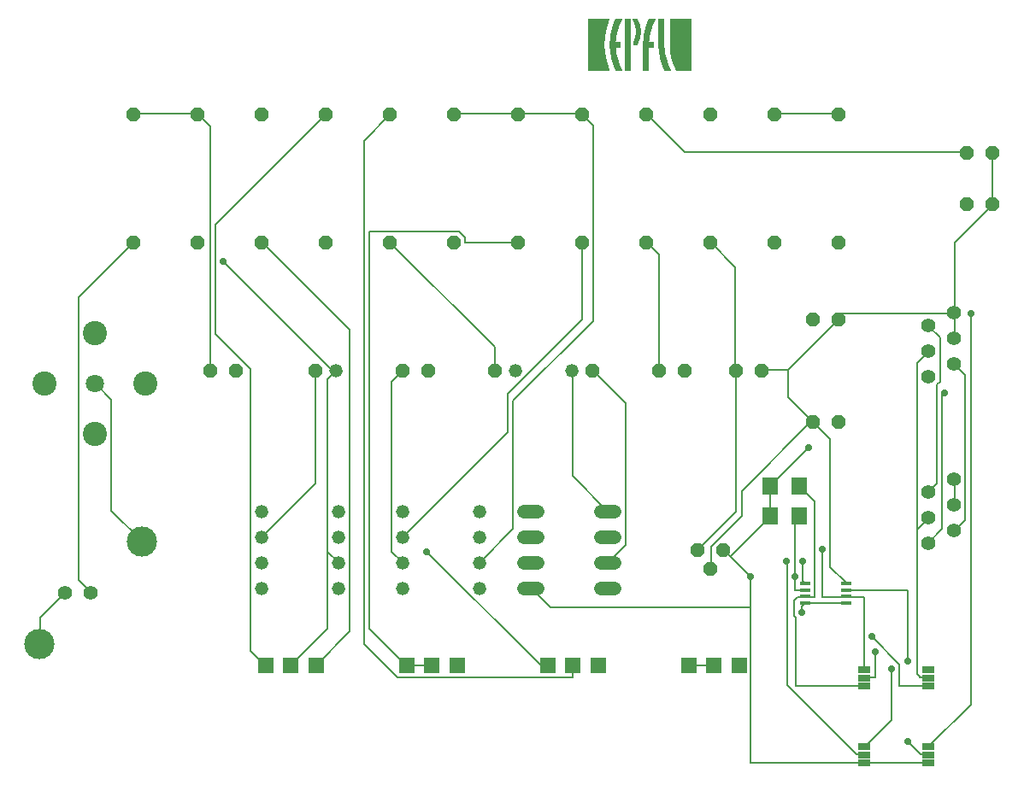
<source format=gtl>
G75*
G70*
%OFA0B0*%
%FSLAX24Y24*%
%IPPOS*%
%LPD*%
%AMOC8*
5,1,8,0,0,1.08239X$1,22.5*
%
%ADD10C,0.0010*%
%ADD11OC8,0.0520*%
%ADD12C,0.0520*%
%ADD13C,0.0520*%
%ADD14R,0.0394X0.0177*%
%ADD15C,0.0554*%
%ADD16R,0.0500X0.0250*%
%ADD17C,0.0709*%
%ADD18C,0.0945*%
%ADD19R,0.0594X0.0594*%
%ADD20C,0.1181*%
%ADD21R,0.0630X0.0710*%
%ADD22C,0.0080*%
%ADD23C,0.0278*%
D10*
X024332Y029340D02*
X024332Y031340D01*
X025132Y031340D01*
X025046Y031104D01*
X024983Y030860D01*
X024945Y030611D01*
X024932Y030360D01*
X024932Y030320D01*
X024945Y030069D01*
X024983Y029820D01*
X025046Y029577D01*
X025132Y029340D01*
X024332Y029340D01*
X024332Y029341D02*
X025131Y029341D01*
X025128Y029349D02*
X024332Y029349D01*
X024332Y029358D02*
X025125Y029358D01*
X025122Y029366D02*
X024332Y029366D01*
X024332Y029375D02*
X025119Y029375D01*
X025116Y029383D02*
X024332Y029383D01*
X024332Y029392D02*
X025113Y029392D01*
X025110Y029400D02*
X024332Y029400D01*
X024332Y029409D02*
X025107Y029409D01*
X025104Y029417D02*
X024332Y029417D01*
X024332Y029426D02*
X025100Y029426D01*
X025097Y029434D02*
X024332Y029434D01*
X024332Y029443D02*
X025094Y029443D01*
X025091Y029451D02*
X024332Y029451D01*
X024332Y029460D02*
X025088Y029460D01*
X025085Y029468D02*
X024332Y029468D01*
X024332Y029477D02*
X025082Y029477D01*
X025079Y029485D02*
X024332Y029485D01*
X024332Y029494D02*
X025076Y029494D01*
X025073Y029502D02*
X024332Y029502D01*
X024332Y029511D02*
X025070Y029511D01*
X025066Y029519D02*
X024332Y029519D01*
X024332Y029528D02*
X025063Y029528D01*
X025060Y029536D02*
X024332Y029536D01*
X024332Y029545D02*
X025057Y029545D01*
X025054Y029553D02*
X024332Y029553D01*
X024332Y029562D02*
X025051Y029562D01*
X025048Y029570D02*
X024332Y029570D01*
X024332Y029579D02*
X025045Y029579D01*
X025043Y029587D02*
X024332Y029587D01*
X024332Y029596D02*
X025041Y029596D01*
X025039Y029604D02*
X024332Y029604D01*
X024332Y029613D02*
X025036Y029613D01*
X025034Y029621D02*
X024332Y029621D01*
X024332Y029630D02*
X025032Y029630D01*
X025030Y029638D02*
X024332Y029638D01*
X024332Y029647D02*
X025028Y029647D01*
X025026Y029655D02*
X024332Y029655D01*
X024332Y029664D02*
X025023Y029664D01*
X025021Y029672D02*
X024332Y029672D01*
X024332Y029681D02*
X025019Y029681D01*
X025017Y029689D02*
X024332Y029689D01*
X024332Y029698D02*
X025015Y029698D01*
X025012Y029706D02*
X024332Y029706D01*
X024332Y029715D02*
X025010Y029715D01*
X025008Y029723D02*
X024332Y029723D01*
X024332Y029732D02*
X025006Y029732D01*
X025004Y029740D02*
X024332Y029740D01*
X024332Y029749D02*
X025002Y029749D01*
X024999Y029757D02*
X024332Y029757D01*
X024332Y029766D02*
X024997Y029766D01*
X024995Y029774D02*
X024332Y029774D01*
X024332Y029783D02*
X024993Y029783D01*
X024991Y029791D02*
X024332Y029791D01*
X024332Y029800D02*
X024989Y029800D01*
X024986Y029808D02*
X024332Y029808D01*
X024332Y029817D02*
X024984Y029817D01*
X024983Y029825D02*
X024332Y029825D01*
X024332Y029834D02*
X024981Y029834D01*
X024980Y029842D02*
X024332Y029842D01*
X024332Y029851D02*
X024979Y029851D01*
X024977Y029859D02*
X024332Y029859D01*
X024332Y029868D02*
X024976Y029868D01*
X024975Y029876D02*
X024332Y029876D01*
X024332Y029885D02*
X024973Y029885D01*
X024972Y029893D02*
X024332Y029893D01*
X024332Y029902D02*
X024971Y029902D01*
X024970Y029910D02*
X024332Y029910D01*
X024332Y029919D02*
X024968Y029919D01*
X024967Y029927D02*
X024332Y029927D01*
X024332Y029936D02*
X024966Y029936D01*
X024964Y029944D02*
X024332Y029944D01*
X024332Y029953D02*
X024963Y029953D01*
X024962Y029961D02*
X024332Y029961D01*
X024332Y029970D02*
X024960Y029970D01*
X024959Y029978D02*
X024332Y029978D01*
X024332Y029987D02*
X024958Y029987D01*
X024956Y029995D02*
X024332Y029995D01*
X024332Y030004D02*
X024955Y030004D01*
X024954Y030012D02*
X024332Y030012D01*
X024332Y030021D02*
X024953Y030021D01*
X024951Y030029D02*
X024332Y030029D01*
X024332Y030038D02*
X024950Y030038D01*
X024949Y030046D02*
X024332Y030046D01*
X024332Y030055D02*
X024947Y030055D01*
X024946Y030063D02*
X024332Y030063D01*
X024332Y030072D02*
X024945Y030072D01*
X024945Y030080D02*
X024332Y030080D01*
X024332Y030089D02*
X024944Y030089D01*
X024944Y030097D02*
X024332Y030097D01*
X024332Y030106D02*
X024943Y030106D01*
X024943Y030114D02*
X024332Y030114D01*
X024332Y030123D02*
X024942Y030123D01*
X024942Y030131D02*
X024332Y030131D01*
X024332Y030140D02*
X024941Y030140D01*
X024941Y030148D02*
X024332Y030148D01*
X024332Y030157D02*
X024940Y030157D01*
X024940Y030165D02*
X024332Y030165D01*
X024332Y030174D02*
X024940Y030174D01*
X024939Y030182D02*
X024332Y030182D01*
X024332Y030191D02*
X024939Y030191D01*
X024938Y030199D02*
X024332Y030199D01*
X024332Y030208D02*
X024938Y030208D01*
X024937Y030216D02*
X024332Y030216D01*
X024332Y030225D02*
X024937Y030225D01*
X024936Y030233D02*
X024332Y030233D01*
X024332Y030242D02*
X024936Y030242D01*
X024935Y030250D02*
X024332Y030250D01*
X024332Y030259D02*
X024935Y030259D01*
X024934Y030267D02*
X024332Y030267D01*
X024332Y030276D02*
X024934Y030276D01*
X024934Y030284D02*
X024332Y030284D01*
X024332Y030293D02*
X024933Y030293D01*
X024933Y030301D02*
X024332Y030301D01*
X024332Y030310D02*
X024932Y030310D01*
X024932Y030318D02*
X024332Y030318D01*
X024332Y030327D02*
X024932Y030327D01*
X024932Y030335D02*
X024332Y030335D01*
X024332Y030344D02*
X024932Y030344D01*
X024932Y030352D02*
X024332Y030352D01*
X024332Y030361D02*
X024932Y030361D01*
X024932Y030369D02*
X024332Y030369D01*
X024332Y030378D02*
X024933Y030378D01*
X024933Y030386D02*
X024332Y030386D01*
X024332Y030395D02*
X024934Y030395D01*
X024934Y030403D02*
X024332Y030403D01*
X024332Y030412D02*
X024934Y030412D01*
X024935Y030420D02*
X024332Y030420D01*
X024332Y030429D02*
X024935Y030429D01*
X024936Y030437D02*
X024332Y030437D01*
X024332Y030446D02*
X024936Y030446D01*
X024937Y030454D02*
X024332Y030454D01*
X024332Y030463D02*
X024937Y030463D01*
X024938Y030471D02*
X024332Y030471D01*
X024332Y030480D02*
X024938Y030480D01*
X024939Y030488D02*
X024332Y030488D01*
X024332Y030497D02*
X024939Y030497D01*
X024939Y030505D02*
X024332Y030505D01*
X024332Y030514D02*
X024940Y030514D01*
X024940Y030522D02*
X024332Y030522D01*
X024332Y030531D02*
X024941Y030531D01*
X024941Y030539D02*
X024332Y030539D01*
X024332Y030548D02*
X024942Y030548D01*
X024942Y030556D02*
X024332Y030556D01*
X024332Y030565D02*
X024943Y030565D01*
X024943Y030573D02*
X024332Y030573D01*
X024332Y030582D02*
X024944Y030582D01*
X024944Y030590D02*
X024332Y030590D01*
X024332Y030599D02*
X024945Y030599D01*
X024945Y030607D02*
X024332Y030607D01*
X024332Y030616D02*
X024946Y030616D01*
X024947Y030624D02*
X024332Y030624D01*
X024332Y030633D02*
X024948Y030633D01*
X024950Y030641D02*
X024332Y030641D01*
X024332Y030650D02*
X024951Y030650D01*
X024952Y030658D02*
X024332Y030658D01*
X024332Y030667D02*
X024954Y030667D01*
X024955Y030675D02*
X024332Y030675D01*
X024332Y030684D02*
X024956Y030684D01*
X024958Y030692D02*
X024332Y030692D01*
X024332Y030701D02*
X024959Y030701D01*
X024960Y030709D02*
X024332Y030709D01*
X024332Y030718D02*
X024962Y030718D01*
X024963Y030726D02*
X024332Y030726D01*
X024332Y030735D02*
X024964Y030735D01*
X024965Y030743D02*
X024332Y030743D01*
X024332Y030752D02*
X024967Y030752D01*
X024968Y030760D02*
X024332Y030760D01*
X024332Y030769D02*
X024969Y030769D01*
X024971Y030777D02*
X024332Y030777D01*
X024332Y030786D02*
X024972Y030786D01*
X024973Y030794D02*
X024332Y030794D01*
X024332Y030803D02*
X024975Y030803D01*
X024976Y030811D02*
X024332Y030811D01*
X024332Y030820D02*
X024977Y030820D01*
X024978Y030828D02*
X024332Y030828D01*
X024332Y030837D02*
X024980Y030837D01*
X024981Y030845D02*
X024332Y030845D01*
X024332Y030854D02*
X024982Y030854D01*
X024984Y030862D02*
X024332Y030862D01*
X024332Y030871D02*
X024986Y030871D01*
X024988Y030879D02*
X024332Y030879D01*
X024332Y030888D02*
X024990Y030888D01*
X024993Y030896D02*
X024332Y030896D01*
X024332Y030905D02*
X024995Y030905D01*
X024997Y030913D02*
X024332Y030913D01*
X024332Y030922D02*
X024999Y030922D01*
X025001Y030930D02*
X024332Y030930D01*
X024332Y030939D02*
X025004Y030939D01*
X025006Y030947D02*
X024332Y030947D01*
X024332Y030956D02*
X025008Y030956D01*
X025010Y030964D02*
X024332Y030964D01*
X024332Y030973D02*
X025012Y030973D01*
X025014Y030981D02*
X024332Y030981D01*
X024332Y030990D02*
X025017Y030990D01*
X025019Y030998D02*
X024332Y030998D01*
X024332Y031007D02*
X025021Y031007D01*
X025023Y031015D02*
X024332Y031015D01*
X024332Y031024D02*
X025025Y031024D01*
X025027Y031032D02*
X024332Y031032D01*
X024332Y031041D02*
X025030Y031041D01*
X025032Y031049D02*
X024332Y031049D01*
X024332Y031058D02*
X025034Y031058D01*
X025036Y031066D02*
X024332Y031066D01*
X024332Y031075D02*
X025038Y031075D01*
X025040Y031083D02*
X024332Y031083D01*
X024332Y031092D02*
X025043Y031092D01*
X025045Y031100D02*
X024332Y031100D01*
X024332Y031109D02*
X025048Y031109D01*
X025051Y031117D02*
X024332Y031117D01*
X024332Y031126D02*
X025054Y031126D01*
X025057Y031134D02*
X024332Y031134D01*
X024332Y031143D02*
X025060Y031143D01*
X025063Y031151D02*
X024332Y031151D01*
X024332Y031160D02*
X025066Y031160D01*
X025069Y031168D02*
X024332Y031168D01*
X024332Y031177D02*
X025072Y031177D01*
X025075Y031185D02*
X024332Y031185D01*
X024332Y031194D02*
X025078Y031194D01*
X025082Y031202D02*
X024332Y031202D01*
X024332Y031211D02*
X025085Y031211D01*
X025088Y031219D02*
X024332Y031219D01*
X024332Y031228D02*
X025091Y031228D01*
X025094Y031236D02*
X024332Y031236D01*
X024332Y031245D02*
X025097Y031245D01*
X025100Y031253D02*
X024332Y031253D01*
X024332Y031262D02*
X025103Y031262D01*
X025106Y031270D02*
X024332Y031270D01*
X024332Y031279D02*
X025109Y031279D01*
X025112Y031287D02*
X024332Y031287D01*
X024332Y031296D02*
X025116Y031296D01*
X025119Y031304D02*
X024332Y031304D01*
X024332Y031313D02*
X025122Y031313D01*
X025125Y031321D02*
X024332Y031321D01*
X024332Y031330D02*
X025128Y031330D01*
X025131Y031338D02*
X024332Y031338D01*
X025289Y031075D02*
X025499Y031075D01*
X025502Y031083D02*
X025291Y031083D01*
X025294Y031092D02*
X025505Y031092D01*
X025508Y031100D02*
X025296Y031100D01*
X025296Y031101D02*
X025391Y031340D01*
X025612Y031340D01*
X025516Y031126D01*
X025444Y030903D01*
X025395Y030673D01*
X025372Y030440D01*
X025572Y030440D01*
X025572Y030240D01*
X025372Y030240D01*
X025395Y030007D01*
X025444Y029777D01*
X025516Y029554D01*
X025612Y029340D01*
X025391Y029340D01*
X025298Y029575D01*
X025230Y029818D01*
X025188Y030068D01*
X025172Y030320D01*
X025172Y030340D01*
X025186Y030598D01*
X025227Y030852D01*
X025296Y031101D01*
X025299Y031109D02*
X025510Y031109D01*
X025513Y031117D02*
X025303Y031117D01*
X025306Y031126D02*
X025516Y031126D01*
X025520Y031134D02*
X025310Y031134D01*
X025313Y031143D02*
X025523Y031143D01*
X025527Y031151D02*
X025316Y031151D01*
X025320Y031160D02*
X025531Y031160D01*
X025535Y031168D02*
X025323Y031168D01*
X025327Y031177D02*
X025539Y031177D01*
X025542Y031185D02*
X025330Y031185D01*
X025333Y031194D02*
X025546Y031194D01*
X025550Y031202D02*
X025337Y031202D01*
X025340Y031211D02*
X025554Y031211D01*
X025558Y031219D02*
X025343Y031219D01*
X025347Y031228D02*
X025561Y031228D01*
X025565Y031236D02*
X025350Y031236D01*
X025354Y031245D02*
X025569Y031245D01*
X025573Y031253D02*
X025357Y031253D01*
X025360Y031262D02*
X025577Y031262D01*
X025580Y031270D02*
X025364Y031270D01*
X025367Y031279D02*
X025584Y031279D01*
X025588Y031287D02*
X025371Y031287D01*
X025374Y031296D02*
X025592Y031296D01*
X025596Y031304D02*
X025377Y031304D01*
X025381Y031313D02*
X025599Y031313D01*
X025603Y031321D02*
X025384Y031321D01*
X025387Y031330D02*
X025607Y031330D01*
X025611Y031338D02*
X025391Y031338D01*
X025287Y031066D02*
X025497Y031066D01*
X025494Y031058D02*
X025284Y031058D01*
X025282Y031049D02*
X025491Y031049D01*
X025488Y031041D02*
X025280Y031041D01*
X025277Y031032D02*
X025486Y031032D01*
X025483Y031024D02*
X025275Y031024D01*
X025273Y031015D02*
X025480Y031015D01*
X025477Y031007D02*
X025270Y031007D01*
X025268Y030998D02*
X025474Y030998D01*
X025472Y030990D02*
X025265Y030990D01*
X025263Y030981D02*
X025469Y030981D01*
X025466Y030973D02*
X025261Y030973D01*
X025258Y030964D02*
X025463Y030964D01*
X025461Y030956D02*
X025256Y030956D01*
X025254Y030947D02*
X025458Y030947D01*
X025455Y030939D02*
X025251Y030939D01*
X025249Y030930D02*
X025452Y030930D01*
X025450Y030922D02*
X025247Y030922D01*
X025244Y030913D02*
X025447Y030913D01*
X025444Y030905D02*
X025242Y030905D01*
X025240Y030896D02*
X025442Y030896D01*
X025440Y030888D02*
X025237Y030888D01*
X025235Y030879D02*
X025439Y030879D01*
X025437Y030871D02*
X025232Y030871D01*
X025230Y030862D02*
X025435Y030862D01*
X025433Y030854D02*
X025228Y030854D01*
X025226Y030845D02*
X025431Y030845D01*
X025430Y030837D02*
X025225Y030837D01*
X025223Y030828D02*
X025428Y030828D01*
X025426Y030820D02*
X025222Y030820D01*
X025221Y030811D02*
X025424Y030811D01*
X025423Y030803D02*
X025219Y030803D01*
X025218Y030794D02*
X025421Y030794D01*
X025419Y030786D02*
X025216Y030786D01*
X025215Y030777D02*
X025417Y030777D01*
X025415Y030769D02*
X025214Y030769D01*
X025212Y030760D02*
X025414Y030760D01*
X025412Y030752D02*
X025211Y030752D01*
X025209Y030743D02*
X025410Y030743D01*
X025408Y030735D02*
X025208Y030735D01*
X025207Y030726D02*
X025406Y030726D01*
X025405Y030718D02*
X025205Y030718D01*
X025204Y030709D02*
X025403Y030709D01*
X025401Y030701D02*
X025203Y030701D01*
X025201Y030692D02*
X025399Y030692D01*
X025398Y030684D02*
X025200Y030684D01*
X025198Y030675D02*
X025396Y030675D01*
X025395Y030667D02*
X025197Y030667D01*
X025196Y030658D02*
X025394Y030658D01*
X025393Y030650D02*
X025194Y030650D01*
X025193Y030641D02*
X025392Y030641D01*
X025391Y030633D02*
X025191Y030633D01*
X025190Y030624D02*
X025390Y030624D01*
X025390Y030616D02*
X025189Y030616D01*
X025187Y030607D02*
X025389Y030607D01*
X025388Y030599D02*
X025186Y030599D01*
X025185Y030590D02*
X025387Y030590D01*
X025386Y030582D02*
X025185Y030582D01*
X025184Y030573D02*
X025385Y030573D01*
X025384Y030565D02*
X025184Y030565D01*
X025183Y030556D02*
X025384Y030556D01*
X025383Y030548D02*
X025183Y030548D01*
X025183Y030539D02*
X025382Y030539D01*
X025381Y030531D02*
X025182Y030531D01*
X025182Y030522D02*
X025380Y030522D01*
X025379Y030514D02*
X025181Y030514D01*
X025181Y030505D02*
X025378Y030505D01*
X025378Y030497D02*
X025180Y030497D01*
X025180Y030488D02*
X025377Y030488D01*
X025376Y030480D02*
X025179Y030480D01*
X025179Y030471D02*
X025375Y030471D01*
X025374Y030463D02*
X025178Y030463D01*
X025178Y030454D02*
X025373Y030454D01*
X025372Y030446D02*
X025177Y030446D01*
X025177Y030437D02*
X025572Y030437D01*
X025572Y030429D02*
X025177Y030429D01*
X025176Y030420D02*
X025572Y030420D01*
X025572Y030412D02*
X025176Y030412D01*
X025175Y030403D02*
X025572Y030403D01*
X025572Y030395D02*
X025175Y030395D01*
X025174Y030386D02*
X025572Y030386D01*
X025572Y030378D02*
X025174Y030378D01*
X025173Y030369D02*
X025572Y030369D01*
X025572Y030361D02*
X025173Y030361D01*
X025172Y030352D02*
X025572Y030352D01*
X025572Y030344D02*
X025172Y030344D01*
X025172Y030335D02*
X025572Y030335D01*
X025572Y030327D02*
X025172Y030327D01*
X025172Y030318D02*
X025572Y030318D01*
X025572Y030310D02*
X025172Y030310D01*
X025173Y030301D02*
X025572Y030301D01*
X025572Y030293D02*
X025174Y030293D01*
X025174Y030284D02*
X025572Y030284D01*
X025572Y030276D02*
X025175Y030276D01*
X025175Y030267D02*
X025572Y030267D01*
X025572Y030259D02*
X025176Y030259D01*
X025176Y030250D02*
X025572Y030250D01*
X025572Y030242D02*
X025177Y030242D01*
X025177Y030233D02*
X025372Y030233D01*
X025373Y030225D02*
X025178Y030225D01*
X025178Y030216D02*
X025374Y030216D01*
X025375Y030208D02*
X025179Y030208D01*
X025179Y030199D02*
X025376Y030199D01*
X025377Y030191D02*
X025180Y030191D01*
X025180Y030182D02*
X025378Y030182D01*
X025378Y030174D02*
X025181Y030174D01*
X025181Y030165D02*
X025379Y030165D01*
X025380Y030157D02*
X025182Y030157D01*
X025183Y030148D02*
X025381Y030148D01*
X025382Y030140D02*
X025183Y030140D01*
X025184Y030131D02*
X025383Y030131D01*
X025384Y030123D02*
X025184Y030123D01*
X025185Y030114D02*
X025384Y030114D01*
X025385Y030106D02*
X025185Y030106D01*
X025186Y030097D02*
X025386Y030097D01*
X025387Y030089D02*
X025186Y030089D01*
X025187Y030080D02*
X025388Y030080D01*
X025389Y030072D02*
X025187Y030072D01*
X025188Y030063D02*
X025390Y030063D01*
X025390Y030055D02*
X025190Y030055D01*
X025191Y030046D02*
X025391Y030046D01*
X025392Y030038D02*
X025193Y030038D01*
X025194Y030029D02*
X025393Y030029D01*
X025394Y030021D02*
X025196Y030021D01*
X025197Y030012D02*
X025395Y030012D01*
X025396Y030004D02*
X025198Y030004D01*
X025200Y029995D02*
X025398Y029995D01*
X025400Y029987D02*
X025201Y029987D01*
X025203Y029978D02*
X025401Y029978D01*
X025403Y029970D02*
X025204Y029970D01*
X025206Y029961D02*
X025405Y029961D01*
X025407Y029953D02*
X025207Y029953D01*
X025208Y029944D02*
X025408Y029944D01*
X025410Y029936D02*
X025210Y029936D01*
X025211Y029927D02*
X025412Y029927D01*
X025414Y029919D02*
X025213Y029919D01*
X025214Y029910D02*
X025416Y029910D01*
X025417Y029902D02*
X025216Y029902D01*
X025217Y029893D02*
X025419Y029893D01*
X025421Y029885D02*
X025219Y029885D01*
X025220Y029876D02*
X025423Y029876D01*
X025425Y029868D02*
X025221Y029868D01*
X025223Y029859D02*
X025426Y029859D01*
X025428Y029851D02*
X025224Y029851D01*
X025226Y029842D02*
X025430Y029842D01*
X025432Y029834D02*
X025227Y029834D01*
X025229Y029825D02*
X025433Y029825D01*
X025435Y029817D02*
X025230Y029817D01*
X025233Y029808D02*
X025437Y029808D01*
X025439Y029800D02*
X025235Y029800D01*
X025237Y029791D02*
X025441Y029791D01*
X025442Y029783D02*
X025240Y029783D01*
X025242Y029774D02*
X025444Y029774D01*
X025447Y029766D02*
X025245Y029766D01*
X025247Y029757D02*
X025450Y029757D01*
X025453Y029749D02*
X025249Y029749D01*
X025252Y029740D02*
X025456Y029740D01*
X025458Y029732D02*
X025254Y029732D01*
X025256Y029723D02*
X025461Y029723D01*
X025464Y029715D02*
X025259Y029715D01*
X025261Y029706D02*
X025467Y029706D01*
X025469Y029698D02*
X025264Y029698D01*
X025266Y029689D02*
X025472Y029689D01*
X025475Y029681D02*
X025268Y029681D01*
X025271Y029672D02*
X025478Y029672D01*
X025480Y029664D02*
X025273Y029664D01*
X025276Y029655D02*
X025483Y029655D01*
X025486Y029647D02*
X025278Y029647D01*
X025280Y029638D02*
X025489Y029638D01*
X025491Y029630D02*
X025283Y029630D01*
X025285Y029621D02*
X025494Y029621D01*
X025497Y029613D02*
X025287Y029613D01*
X025290Y029604D02*
X025500Y029604D01*
X025502Y029596D02*
X025292Y029596D01*
X025295Y029587D02*
X025505Y029587D01*
X025508Y029579D02*
X025297Y029579D01*
X025300Y029570D02*
X025511Y029570D01*
X025513Y029562D02*
X025303Y029562D01*
X025307Y029553D02*
X025516Y029553D01*
X025520Y029545D02*
X025310Y029545D01*
X025313Y029536D02*
X025524Y029536D01*
X025528Y029528D02*
X025317Y029528D01*
X025320Y029519D02*
X025531Y029519D01*
X025535Y029511D02*
X025324Y029511D01*
X025327Y029502D02*
X025539Y029502D01*
X025543Y029494D02*
X025330Y029494D01*
X025334Y029485D02*
X025547Y029485D01*
X025550Y029477D02*
X025337Y029477D01*
X025340Y029468D02*
X025554Y029468D01*
X025558Y029460D02*
X025344Y029460D01*
X025347Y029451D02*
X025562Y029451D01*
X025566Y029443D02*
X025351Y029443D01*
X025354Y029434D02*
X025569Y029434D01*
X025573Y029426D02*
X025357Y029426D01*
X025361Y029417D02*
X025577Y029417D01*
X025581Y029409D02*
X025364Y029409D01*
X025368Y029400D02*
X025585Y029400D01*
X025588Y029392D02*
X025371Y029392D01*
X025374Y029383D02*
X025592Y029383D01*
X025596Y029375D02*
X025378Y029375D01*
X025381Y029366D02*
X025600Y029366D01*
X025604Y029358D02*
X025384Y029358D01*
X025388Y029349D02*
X025607Y029349D01*
X025611Y029341D02*
X025391Y029341D01*
X025772Y029341D02*
X025972Y029341D01*
X025972Y029340D02*
X025972Y031340D01*
X025772Y031340D01*
X025772Y029340D01*
X025972Y029340D01*
X025972Y029349D02*
X025772Y029349D01*
X025772Y029358D02*
X025972Y029358D01*
X025972Y029366D02*
X025772Y029366D01*
X025772Y029375D02*
X025972Y029375D01*
X025972Y029383D02*
X025772Y029383D01*
X025772Y029392D02*
X025972Y029392D01*
X025972Y029400D02*
X025772Y029400D01*
X025772Y029409D02*
X025972Y029409D01*
X025972Y029417D02*
X025772Y029417D01*
X025772Y029426D02*
X025972Y029426D01*
X025972Y029434D02*
X025772Y029434D01*
X025772Y029443D02*
X025972Y029443D01*
X025972Y029451D02*
X025772Y029451D01*
X025772Y029460D02*
X025972Y029460D01*
X025972Y029468D02*
X025772Y029468D01*
X025772Y029477D02*
X025972Y029477D01*
X025972Y029485D02*
X025772Y029485D01*
X025772Y029494D02*
X025972Y029494D01*
X025972Y029502D02*
X025772Y029502D01*
X025772Y029511D02*
X025972Y029511D01*
X025972Y029519D02*
X025772Y029519D01*
X025772Y029528D02*
X025972Y029528D01*
X025972Y029536D02*
X025772Y029536D01*
X025772Y029545D02*
X025972Y029545D01*
X025972Y029553D02*
X025772Y029553D01*
X025772Y029562D02*
X025972Y029562D01*
X025972Y029570D02*
X025772Y029570D01*
X025772Y029579D02*
X025972Y029579D01*
X025972Y029587D02*
X025772Y029587D01*
X025772Y029596D02*
X025972Y029596D01*
X025972Y029604D02*
X025772Y029604D01*
X025772Y029613D02*
X025972Y029613D01*
X025972Y029621D02*
X025772Y029621D01*
X025772Y029630D02*
X025972Y029630D01*
X025972Y029638D02*
X025772Y029638D01*
X025772Y029647D02*
X025972Y029647D01*
X025972Y029655D02*
X025772Y029655D01*
X025772Y029664D02*
X025972Y029664D01*
X025972Y029672D02*
X025772Y029672D01*
X025772Y029681D02*
X025972Y029681D01*
X025972Y029689D02*
X025772Y029689D01*
X025772Y029698D02*
X025972Y029698D01*
X025972Y029706D02*
X025772Y029706D01*
X025772Y029715D02*
X025972Y029715D01*
X025972Y029723D02*
X025772Y029723D01*
X025772Y029732D02*
X025972Y029732D01*
X025972Y029740D02*
X025772Y029740D01*
X025772Y029749D02*
X025972Y029749D01*
X025972Y029757D02*
X025772Y029757D01*
X025772Y029766D02*
X025972Y029766D01*
X025972Y029774D02*
X025772Y029774D01*
X025772Y029783D02*
X025972Y029783D01*
X025972Y029791D02*
X025772Y029791D01*
X025772Y029800D02*
X025972Y029800D01*
X025972Y029808D02*
X025772Y029808D01*
X025772Y029817D02*
X025972Y029817D01*
X025972Y029825D02*
X025772Y029825D01*
X025772Y029834D02*
X025972Y029834D01*
X025972Y029842D02*
X025772Y029842D01*
X025772Y029851D02*
X025972Y029851D01*
X025972Y029859D02*
X025772Y029859D01*
X025772Y029868D02*
X025972Y029868D01*
X025972Y029876D02*
X025772Y029876D01*
X025772Y029885D02*
X025972Y029885D01*
X025972Y029893D02*
X025772Y029893D01*
X025772Y029902D02*
X025972Y029902D01*
X025972Y029910D02*
X025772Y029910D01*
X025772Y029919D02*
X025972Y029919D01*
X025972Y029927D02*
X025772Y029927D01*
X025772Y029936D02*
X025972Y029936D01*
X025972Y029944D02*
X025772Y029944D01*
X025772Y029953D02*
X025972Y029953D01*
X025972Y029961D02*
X025772Y029961D01*
X025772Y029970D02*
X025972Y029970D01*
X025972Y029978D02*
X025772Y029978D01*
X025772Y029987D02*
X025972Y029987D01*
X025972Y029995D02*
X025772Y029995D01*
X025772Y030004D02*
X025972Y030004D01*
X025972Y030012D02*
X025772Y030012D01*
X025772Y030021D02*
X025972Y030021D01*
X025972Y030029D02*
X025772Y030029D01*
X025772Y030038D02*
X025972Y030038D01*
X025972Y030046D02*
X025772Y030046D01*
X025772Y030055D02*
X025972Y030055D01*
X025972Y030063D02*
X025772Y030063D01*
X025772Y030072D02*
X025972Y030072D01*
X025972Y030080D02*
X025772Y030080D01*
X025772Y030089D02*
X025972Y030089D01*
X025972Y030097D02*
X025772Y030097D01*
X025772Y030106D02*
X025972Y030106D01*
X025972Y030114D02*
X025772Y030114D01*
X025772Y030123D02*
X025972Y030123D01*
X025972Y030131D02*
X025772Y030131D01*
X025772Y030140D02*
X025972Y030140D01*
X025972Y030148D02*
X025772Y030148D01*
X025772Y030157D02*
X025972Y030157D01*
X025972Y030165D02*
X025772Y030165D01*
X025772Y030174D02*
X025972Y030174D01*
X025972Y030182D02*
X025772Y030182D01*
X025772Y030191D02*
X025972Y030191D01*
X025972Y030199D02*
X025772Y030199D01*
X025772Y030208D02*
X025972Y030208D01*
X025972Y030216D02*
X025772Y030216D01*
X025772Y030225D02*
X025972Y030225D01*
X025972Y030233D02*
X025772Y030233D01*
X025772Y030242D02*
X025972Y030242D01*
X025972Y030250D02*
X025772Y030250D01*
X025772Y030259D02*
X025972Y030259D01*
X025972Y030267D02*
X025772Y030267D01*
X025772Y030276D02*
X025972Y030276D01*
X025972Y030284D02*
X025772Y030284D01*
X025772Y030293D02*
X025972Y030293D01*
X025972Y030301D02*
X025772Y030301D01*
X025772Y030310D02*
X025972Y030310D01*
X025972Y030318D02*
X025772Y030318D01*
X025772Y030327D02*
X025972Y030327D01*
X025972Y030335D02*
X025772Y030335D01*
X025772Y030344D02*
X025972Y030344D01*
X025972Y030352D02*
X025772Y030352D01*
X025772Y030361D02*
X025972Y030361D01*
X025972Y030369D02*
X025772Y030369D01*
X025772Y030378D02*
X025972Y030378D01*
X025972Y030386D02*
X025772Y030386D01*
X025772Y030395D02*
X025972Y030395D01*
X025972Y030403D02*
X025772Y030403D01*
X025772Y030412D02*
X025972Y030412D01*
X025972Y030420D02*
X025772Y030420D01*
X025772Y030429D02*
X025972Y030429D01*
X025972Y030437D02*
X025772Y030437D01*
X025772Y030446D02*
X025972Y030446D01*
X025972Y030454D02*
X025772Y030454D01*
X025772Y030463D02*
X025972Y030463D01*
X025972Y030471D02*
X025772Y030471D01*
X025772Y030480D02*
X025972Y030480D01*
X025972Y030488D02*
X025772Y030488D01*
X025772Y030497D02*
X025972Y030497D01*
X025972Y030505D02*
X025772Y030505D01*
X025772Y030514D02*
X025972Y030514D01*
X025972Y030522D02*
X025772Y030522D01*
X025772Y030531D02*
X025972Y030531D01*
X025972Y030539D02*
X025772Y030539D01*
X025772Y030548D02*
X025972Y030548D01*
X025972Y030556D02*
X025772Y030556D01*
X025772Y030565D02*
X025972Y030565D01*
X025972Y030573D02*
X025772Y030573D01*
X025772Y030582D02*
X025972Y030582D01*
X025972Y030590D02*
X025772Y030590D01*
X025772Y030599D02*
X025972Y030599D01*
X025972Y030607D02*
X025772Y030607D01*
X025772Y030616D02*
X025972Y030616D01*
X025972Y030624D02*
X025772Y030624D01*
X025772Y030633D02*
X025972Y030633D01*
X025972Y030641D02*
X025772Y030641D01*
X025772Y030650D02*
X025972Y030650D01*
X025972Y030658D02*
X025772Y030658D01*
X025772Y030667D02*
X025972Y030667D01*
X025972Y030675D02*
X025772Y030675D01*
X025772Y030684D02*
X025972Y030684D01*
X025972Y030692D02*
X025772Y030692D01*
X025772Y030701D02*
X025972Y030701D01*
X025972Y030709D02*
X025772Y030709D01*
X025772Y030718D02*
X025972Y030718D01*
X025972Y030726D02*
X025772Y030726D01*
X025772Y030735D02*
X025972Y030735D01*
X025972Y030743D02*
X025772Y030743D01*
X025772Y030752D02*
X025972Y030752D01*
X025972Y030760D02*
X025772Y030760D01*
X025772Y030769D02*
X025972Y030769D01*
X025972Y030777D02*
X025772Y030777D01*
X025772Y030786D02*
X025972Y030786D01*
X025972Y030794D02*
X025772Y030794D01*
X025772Y030803D02*
X025972Y030803D01*
X025972Y030811D02*
X025772Y030811D01*
X025772Y030820D02*
X025972Y030820D01*
X025972Y030828D02*
X025772Y030828D01*
X025772Y030837D02*
X025972Y030837D01*
X025972Y030845D02*
X025772Y030845D01*
X025772Y030854D02*
X025972Y030854D01*
X025972Y030862D02*
X025772Y030862D01*
X025772Y030871D02*
X025972Y030871D01*
X025972Y030879D02*
X025772Y030879D01*
X025772Y030888D02*
X025972Y030888D01*
X025972Y030896D02*
X025772Y030896D01*
X025772Y030905D02*
X025972Y030905D01*
X025972Y030913D02*
X025772Y030913D01*
X025772Y030922D02*
X025972Y030922D01*
X025972Y030930D02*
X025772Y030930D01*
X025772Y030939D02*
X025972Y030939D01*
X025972Y030947D02*
X025772Y030947D01*
X025772Y030956D02*
X025972Y030956D01*
X025972Y030964D02*
X025772Y030964D01*
X025772Y030973D02*
X025972Y030973D01*
X025972Y030981D02*
X025772Y030981D01*
X025772Y030990D02*
X025972Y030990D01*
X025972Y030998D02*
X025772Y030998D01*
X025772Y031007D02*
X025972Y031007D01*
X025972Y031015D02*
X025772Y031015D01*
X025772Y031024D02*
X025972Y031024D01*
X025972Y031032D02*
X025772Y031032D01*
X025772Y031041D02*
X025972Y031041D01*
X025972Y031049D02*
X025772Y031049D01*
X025772Y031058D02*
X025972Y031058D01*
X025972Y031066D02*
X025772Y031066D01*
X025772Y031075D02*
X025972Y031075D01*
X025972Y031083D02*
X025772Y031083D01*
X025772Y031092D02*
X025972Y031092D01*
X025972Y031100D02*
X025772Y031100D01*
X025772Y031109D02*
X025972Y031109D01*
X025972Y031117D02*
X025772Y031117D01*
X025772Y031126D02*
X025972Y031126D01*
X025972Y031134D02*
X025772Y031134D01*
X025772Y031143D02*
X025972Y031143D01*
X025972Y031151D02*
X025772Y031151D01*
X025772Y031160D02*
X025972Y031160D01*
X025972Y031168D02*
X025772Y031168D01*
X025772Y031177D02*
X025972Y031177D01*
X025972Y031185D02*
X025772Y031185D01*
X025772Y031194D02*
X025972Y031194D01*
X025972Y031202D02*
X025772Y031202D01*
X025772Y031211D02*
X025972Y031211D01*
X025972Y031219D02*
X025772Y031219D01*
X025772Y031228D02*
X025972Y031228D01*
X025972Y031236D02*
X025772Y031236D01*
X025772Y031245D02*
X025972Y031245D01*
X025972Y031253D02*
X025772Y031253D01*
X025772Y031262D02*
X025972Y031262D01*
X025972Y031270D02*
X025772Y031270D01*
X025772Y031279D02*
X025972Y031279D01*
X025972Y031287D02*
X025772Y031287D01*
X025772Y031296D02*
X025972Y031296D01*
X025972Y031304D02*
X025772Y031304D01*
X025772Y031313D02*
X025972Y031313D01*
X025972Y031321D02*
X025772Y031321D01*
X025772Y031330D02*
X025972Y031330D01*
X025972Y031338D02*
X025772Y031338D01*
X026072Y031338D02*
X026212Y031338D01*
X026212Y031340D02*
X026271Y031223D01*
X026315Y031099D01*
X026342Y030971D01*
X026352Y030840D01*
X026342Y030709D01*
X026315Y030581D01*
X026271Y030457D01*
X026212Y030340D01*
X026082Y030340D01*
X026082Y030410D01*
X026129Y030507D01*
X026163Y030608D01*
X026184Y030713D01*
X026191Y030820D01*
X026350Y030820D01*
X026351Y030828D02*
X026191Y030828D01*
X026191Y030820D02*
X026191Y030860D01*
X026183Y030970D01*
X026159Y031078D01*
X026122Y031182D01*
X026072Y031280D01*
X026072Y031340D01*
X026212Y031340D01*
X026217Y031330D02*
X026072Y031330D01*
X026072Y031321D02*
X026221Y031321D01*
X026225Y031313D02*
X026072Y031313D01*
X026072Y031304D02*
X026230Y031304D01*
X026234Y031296D02*
X026072Y031296D01*
X026072Y031287D02*
X026238Y031287D01*
X026243Y031279D02*
X026073Y031279D01*
X026077Y031270D02*
X026247Y031270D01*
X026251Y031262D02*
X026081Y031262D01*
X026086Y031253D02*
X026256Y031253D01*
X026260Y031245D02*
X026090Y031245D01*
X026094Y031236D02*
X026264Y031236D01*
X026269Y031228D02*
X026099Y031228D01*
X026103Y031219D02*
X026272Y031219D01*
X026275Y031211D02*
X026107Y031211D01*
X026112Y031202D02*
X026278Y031202D01*
X026281Y031194D02*
X026116Y031194D01*
X026121Y031185D02*
X026284Y031185D01*
X026287Y031177D02*
X026124Y031177D01*
X026127Y031168D02*
X026290Y031168D01*
X026293Y031160D02*
X026130Y031160D01*
X026133Y031151D02*
X026296Y031151D01*
X026299Y031143D02*
X026136Y031143D01*
X026139Y031134D02*
X026302Y031134D01*
X026305Y031126D02*
X026142Y031126D01*
X026145Y031117D02*
X026308Y031117D01*
X026311Y031109D02*
X026148Y031109D01*
X026151Y031100D02*
X026314Y031100D01*
X026316Y031092D02*
X026155Y031092D01*
X026158Y031083D02*
X026318Y031083D01*
X026320Y031075D02*
X026160Y031075D01*
X026162Y031066D02*
X026322Y031066D01*
X026323Y031058D02*
X026164Y031058D01*
X026166Y031049D02*
X026325Y031049D01*
X026327Y031041D02*
X026167Y031041D01*
X026169Y031032D02*
X026329Y031032D01*
X026331Y031024D02*
X026171Y031024D01*
X026173Y031015D02*
X026332Y031015D01*
X026334Y031007D02*
X026175Y031007D01*
X026177Y030998D02*
X026336Y030998D01*
X026338Y030990D02*
X026178Y030990D01*
X026180Y030981D02*
X026340Y030981D01*
X026341Y030973D02*
X026182Y030973D01*
X026183Y030964D02*
X026342Y030964D01*
X026343Y030956D02*
X026184Y030956D01*
X026184Y030947D02*
X026344Y030947D01*
X026344Y030939D02*
X026185Y030939D01*
X026186Y030930D02*
X026345Y030930D01*
X026345Y030922D02*
X026187Y030922D01*
X026187Y030913D02*
X026346Y030913D01*
X026347Y030905D02*
X026188Y030905D01*
X026189Y030896D02*
X026347Y030896D01*
X026348Y030888D02*
X026189Y030888D01*
X026190Y030879D02*
X026349Y030879D01*
X026349Y030871D02*
X026191Y030871D01*
X026191Y030862D02*
X026350Y030862D01*
X026351Y030854D02*
X026191Y030854D01*
X026191Y030845D02*
X026351Y030845D01*
X026351Y030837D02*
X026191Y030837D01*
X026191Y030811D02*
X026350Y030811D01*
X026349Y030803D02*
X026190Y030803D01*
X026190Y030794D02*
X026348Y030794D01*
X026348Y030786D02*
X026189Y030786D01*
X026188Y030777D02*
X026347Y030777D01*
X026346Y030769D02*
X026188Y030769D01*
X026187Y030760D02*
X026346Y030760D01*
X026345Y030752D02*
X026187Y030752D01*
X026186Y030743D02*
X026344Y030743D01*
X026344Y030735D02*
X026185Y030735D01*
X026185Y030726D02*
X026343Y030726D01*
X026342Y030718D02*
X026184Y030718D01*
X026183Y030709D02*
X026342Y030709D01*
X026340Y030701D02*
X026181Y030701D01*
X026180Y030692D02*
X026338Y030692D01*
X026336Y030684D02*
X026178Y030684D01*
X026176Y030675D02*
X026335Y030675D01*
X026333Y030667D02*
X026175Y030667D01*
X026173Y030658D02*
X026331Y030658D01*
X026329Y030650D02*
X026171Y030650D01*
X026170Y030641D02*
X026327Y030641D01*
X026326Y030633D02*
X026168Y030633D01*
X026166Y030624D02*
X026324Y030624D01*
X026322Y030616D02*
X026164Y030616D01*
X026163Y030607D02*
X026320Y030607D01*
X026318Y030599D02*
X026160Y030599D01*
X026157Y030590D02*
X026317Y030590D01*
X026315Y030582D02*
X026154Y030582D01*
X026151Y030573D02*
X026312Y030573D01*
X026309Y030565D02*
X026148Y030565D01*
X026145Y030556D02*
X026306Y030556D01*
X026303Y030548D02*
X026143Y030548D01*
X026140Y030539D02*
X026300Y030539D01*
X026297Y030531D02*
X026137Y030531D01*
X026134Y030522D02*
X026294Y030522D01*
X026291Y030514D02*
X026131Y030514D01*
X026128Y030505D02*
X026288Y030505D01*
X026285Y030497D02*
X026124Y030497D01*
X026120Y030488D02*
X026282Y030488D01*
X026279Y030480D02*
X026116Y030480D01*
X026111Y030471D02*
X026276Y030471D01*
X026273Y030463D02*
X026107Y030463D01*
X026103Y030454D02*
X026270Y030454D01*
X026265Y030446D02*
X026099Y030446D01*
X026095Y030437D02*
X026261Y030437D01*
X026257Y030429D02*
X026091Y030429D01*
X026087Y030420D02*
X026252Y030420D01*
X026248Y030412D02*
X026082Y030412D01*
X026082Y030403D02*
X026244Y030403D01*
X026239Y030395D02*
X026082Y030395D01*
X026082Y030386D02*
X026235Y030386D01*
X026231Y030378D02*
X026082Y030378D01*
X026082Y030369D02*
X026226Y030369D01*
X026222Y030361D02*
X026082Y030361D01*
X026082Y030352D02*
X026218Y030352D01*
X026213Y030344D02*
X026082Y030344D01*
X026472Y030340D02*
X026486Y030598D01*
X026527Y030852D01*
X026596Y031101D01*
X026691Y031340D01*
X026912Y031340D01*
X026816Y031126D01*
X026744Y030903D01*
X026695Y030673D01*
X026672Y030440D01*
X026872Y030440D01*
X026872Y030240D01*
X026672Y030240D01*
X026672Y029340D01*
X026472Y029340D01*
X026472Y030340D01*
X026472Y030344D02*
X026872Y030344D01*
X026872Y030352D02*
X026472Y030352D01*
X026473Y030361D02*
X026872Y030361D01*
X026872Y030369D02*
X026473Y030369D01*
X026474Y030378D02*
X026872Y030378D01*
X026872Y030386D02*
X026474Y030386D01*
X026475Y030395D02*
X026872Y030395D01*
X026872Y030403D02*
X026475Y030403D01*
X026476Y030412D02*
X026872Y030412D01*
X026872Y030420D02*
X026476Y030420D01*
X026477Y030429D02*
X026872Y030429D01*
X026872Y030437D02*
X026477Y030437D01*
X026477Y030446D02*
X026672Y030446D01*
X026673Y030454D02*
X026478Y030454D01*
X026478Y030463D02*
X026674Y030463D01*
X026675Y030471D02*
X026479Y030471D01*
X026479Y030480D02*
X026676Y030480D01*
X026677Y030488D02*
X026480Y030488D01*
X026480Y030497D02*
X026678Y030497D01*
X026678Y030505D02*
X026481Y030505D01*
X026481Y030514D02*
X026679Y030514D01*
X026680Y030522D02*
X026482Y030522D01*
X026482Y030531D02*
X026681Y030531D01*
X026682Y030539D02*
X026483Y030539D01*
X026483Y030548D02*
X026683Y030548D01*
X026684Y030556D02*
X026483Y030556D01*
X026484Y030565D02*
X026684Y030565D01*
X026685Y030573D02*
X026484Y030573D01*
X026485Y030582D02*
X026686Y030582D01*
X026687Y030590D02*
X026485Y030590D01*
X026486Y030599D02*
X026688Y030599D01*
X026689Y030607D02*
X026487Y030607D01*
X026489Y030616D02*
X026690Y030616D01*
X026690Y030624D02*
X026490Y030624D01*
X026491Y030633D02*
X026691Y030633D01*
X026692Y030641D02*
X026493Y030641D01*
X026494Y030650D02*
X026693Y030650D01*
X026694Y030658D02*
X026496Y030658D01*
X026497Y030667D02*
X026695Y030667D01*
X026696Y030675D02*
X026498Y030675D01*
X026500Y030684D02*
X026698Y030684D01*
X026699Y030692D02*
X026501Y030692D01*
X026503Y030701D02*
X026701Y030701D01*
X026703Y030709D02*
X026504Y030709D01*
X026505Y030718D02*
X026705Y030718D01*
X026706Y030726D02*
X026507Y030726D01*
X026508Y030735D02*
X026708Y030735D01*
X026710Y030743D02*
X026509Y030743D01*
X026511Y030752D02*
X026712Y030752D01*
X026714Y030760D02*
X026512Y030760D01*
X026514Y030769D02*
X026715Y030769D01*
X026717Y030777D02*
X026515Y030777D01*
X026516Y030786D02*
X026719Y030786D01*
X026721Y030794D02*
X026518Y030794D01*
X026519Y030803D02*
X026723Y030803D01*
X026724Y030811D02*
X026521Y030811D01*
X026522Y030820D02*
X026726Y030820D01*
X026728Y030828D02*
X026523Y030828D01*
X026525Y030837D02*
X026730Y030837D01*
X026731Y030845D02*
X026526Y030845D01*
X026528Y030854D02*
X026733Y030854D01*
X026735Y030862D02*
X026530Y030862D01*
X026532Y030871D02*
X026737Y030871D01*
X026739Y030879D02*
X026535Y030879D01*
X026537Y030888D02*
X026740Y030888D01*
X026742Y030896D02*
X026540Y030896D01*
X026542Y030905D02*
X026744Y030905D01*
X026747Y030913D02*
X026544Y030913D01*
X026547Y030922D02*
X026750Y030922D01*
X026752Y030930D02*
X026549Y030930D01*
X026551Y030939D02*
X026755Y030939D01*
X026758Y030947D02*
X026554Y030947D01*
X026556Y030956D02*
X026761Y030956D01*
X026763Y030964D02*
X026558Y030964D01*
X026561Y030973D02*
X026766Y030973D01*
X026769Y030981D02*
X026563Y030981D01*
X026565Y030990D02*
X026772Y030990D01*
X026774Y030998D02*
X026568Y030998D01*
X026570Y031007D02*
X026777Y031007D01*
X026780Y031015D02*
X026573Y031015D01*
X026575Y031024D02*
X026783Y031024D01*
X026786Y031032D02*
X026577Y031032D01*
X026580Y031041D02*
X026788Y031041D01*
X026791Y031049D02*
X026582Y031049D01*
X026584Y031058D02*
X026794Y031058D01*
X026797Y031066D02*
X026587Y031066D01*
X026589Y031075D02*
X026799Y031075D01*
X026802Y031083D02*
X026591Y031083D01*
X026594Y031092D02*
X026805Y031092D01*
X026808Y031100D02*
X026596Y031100D01*
X026599Y031109D02*
X026810Y031109D01*
X026813Y031117D02*
X026603Y031117D01*
X026606Y031126D02*
X026816Y031126D01*
X026820Y031134D02*
X026610Y031134D01*
X026613Y031143D02*
X026823Y031143D01*
X026827Y031151D02*
X026616Y031151D01*
X026620Y031160D02*
X026831Y031160D01*
X026835Y031168D02*
X026623Y031168D01*
X026627Y031177D02*
X026839Y031177D01*
X026842Y031185D02*
X026630Y031185D01*
X026633Y031194D02*
X026846Y031194D01*
X026850Y031202D02*
X026637Y031202D01*
X026640Y031211D02*
X026854Y031211D01*
X026858Y031219D02*
X026643Y031219D01*
X026647Y031228D02*
X026861Y031228D01*
X026865Y031236D02*
X026650Y031236D01*
X026654Y031245D02*
X026869Y031245D01*
X026873Y031253D02*
X026657Y031253D01*
X026660Y031262D02*
X026877Y031262D01*
X026880Y031270D02*
X026664Y031270D01*
X026667Y031279D02*
X026884Y031279D01*
X026888Y031287D02*
X026671Y031287D01*
X026674Y031296D02*
X026892Y031296D01*
X026896Y031304D02*
X026677Y031304D01*
X026681Y031313D02*
X026899Y031313D01*
X026903Y031321D02*
X026684Y031321D01*
X026687Y031330D02*
X026907Y031330D01*
X026911Y031338D02*
X026691Y031338D01*
X027072Y031338D02*
X027272Y031338D01*
X027272Y031340D02*
X027272Y030240D01*
X027295Y030007D01*
X027344Y029777D01*
X027416Y029554D01*
X027512Y029340D01*
X027291Y029340D01*
X027198Y029575D01*
X027130Y029818D01*
X027088Y030068D01*
X027072Y030320D01*
X027072Y031340D01*
X027272Y031340D01*
X027272Y031330D02*
X027072Y031330D01*
X027072Y031321D02*
X027272Y031321D01*
X027272Y031313D02*
X027072Y031313D01*
X027072Y031304D02*
X027272Y031304D01*
X027272Y031296D02*
X027072Y031296D01*
X027072Y031287D02*
X027272Y031287D01*
X027272Y031279D02*
X027072Y031279D01*
X027072Y031270D02*
X027272Y031270D01*
X027272Y031262D02*
X027072Y031262D01*
X027072Y031253D02*
X027272Y031253D01*
X027272Y031245D02*
X027072Y031245D01*
X027072Y031236D02*
X027272Y031236D01*
X027272Y031228D02*
X027072Y031228D01*
X027072Y031219D02*
X027272Y031219D01*
X027272Y031211D02*
X027072Y031211D01*
X027072Y031202D02*
X027272Y031202D01*
X027272Y031194D02*
X027072Y031194D01*
X027072Y031185D02*
X027272Y031185D01*
X027272Y031177D02*
X027072Y031177D01*
X027072Y031168D02*
X027272Y031168D01*
X027272Y031160D02*
X027072Y031160D01*
X027072Y031151D02*
X027272Y031151D01*
X027272Y031143D02*
X027072Y031143D01*
X027072Y031134D02*
X027272Y031134D01*
X027272Y031126D02*
X027072Y031126D01*
X027072Y031117D02*
X027272Y031117D01*
X027272Y031109D02*
X027072Y031109D01*
X027072Y031100D02*
X027272Y031100D01*
X027272Y031092D02*
X027072Y031092D01*
X027072Y031083D02*
X027272Y031083D01*
X027272Y031075D02*
X027072Y031075D01*
X027072Y031066D02*
X027272Y031066D01*
X027272Y031058D02*
X027072Y031058D01*
X027072Y031049D02*
X027272Y031049D01*
X027272Y031041D02*
X027072Y031041D01*
X027072Y031032D02*
X027272Y031032D01*
X027272Y031024D02*
X027072Y031024D01*
X027072Y031015D02*
X027272Y031015D01*
X027272Y031007D02*
X027072Y031007D01*
X027072Y030998D02*
X027272Y030998D01*
X027272Y030990D02*
X027072Y030990D01*
X027072Y030981D02*
X027272Y030981D01*
X027272Y030973D02*
X027072Y030973D01*
X027072Y030964D02*
X027272Y030964D01*
X027272Y030956D02*
X027072Y030956D01*
X027072Y030947D02*
X027272Y030947D01*
X027272Y030939D02*
X027072Y030939D01*
X027072Y030930D02*
X027272Y030930D01*
X027272Y030922D02*
X027072Y030922D01*
X027072Y030913D02*
X027272Y030913D01*
X027272Y030905D02*
X027072Y030905D01*
X027072Y030896D02*
X027272Y030896D01*
X027272Y030888D02*
X027072Y030888D01*
X027072Y030879D02*
X027272Y030879D01*
X027272Y030871D02*
X027072Y030871D01*
X027072Y030862D02*
X027272Y030862D01*
X027272Y030854D02*
X027072Y030854D01*
X027072Y030845D02*
X027272Y030845D01*
X027272Y030837D02*
X027072Y030837D01*
X027072Y030828D02*
X027272Y030828D01*
X027272Y030820D02*
X027072Y030820D01*
X027072Y030811D02*
X027272Y030811D01*
X027272Y030803D02*
X027072Y030803D01*
X027072Y030794D02*
X027272Y030794D01*
X027272Y030786D02*
X027072Y030786D01*
X027072Y030777D02*
X027272Y030777D01*
X027272Y030769D02*
X027072Y030769D01*
X027072Y030760D02*
X027272Y030760D01*
X027272Y030752D02*
X027072Y030752D01*
X027072Y030743D02*
X027272Y030743D01*
X027272Y030735D02*
X027072Y030735D01*
X027072Y030726D02*
X027272Y030726D01*
X027272Y030718D02*
X027072Y030718D01*
X027072Y030709D02*
X027272Y030709D01*
X027272Y030701D02*
X027072Y030701D01*
X027072Y030692D02*
X027272Y030692D01*
X027272Y030684D02*
X027072Y030684D01*
X027072Y030675D02*
X027272Y030675D01*
X027272Y030667D02*
X027072Y030667D01*
X027072Y030658D02*
X027272Y030658D01*
X027272Y030650D02*
X027072Y030650D01*
X027072Y030641D02*
X027272Y030641D01*
X027272Y030633D02*
X027072Y030633D01*
X027072Y030624D02*
X027272Y030624D01*
X027272Y030616D02*
X027072Y030616D01*
X027072Y030607D02*
X027272Y030607D01*
X027272Y030599D02*
X027072Y030599D01*
X027072Y030590D02*
X027272Y030590D01*
X027272Y030582D02*
X027072Y030582D01*
X027072Y030573D02*
X027272Y030573D01*
X027272Y030565D02*
X027072Y030565D01*
X027072Y030556D02*
X027272Y030556D01*
X027272Y030548D02*
X027072Y030548D01*
X027072Y030539D02*
X027272Y030539D01*
X027272Y030531D02*
X027072Y030531D01*
X027072Y030522D02*
X027272Y030522D01*
X027272Y030514D02*
X027072Y030514D01*
X027072Y030505D02*
X027272Y030505D01*
X027272Y030497D02*
X027072Y030497D01*
X027072Y030488D02*
X027272Y030488D01*
X027272Y030480D02*
X027072Y030480D01*
X027072Y030471D02*
X027272Y030471D01*
X027272Y030463D02*
X027072Y030463D01*
X027072Y030454D02*
X027272Y030454D01*
X027272Y030446D02*
X027072Y030446D01*
X027072Y030437D02*
X027272Y030437D01*
X027272Y030429D02*
X027072Y030429D01*
X027072Y030420D02*
X027272Y030420D01*
X027272Y030412D02*
X027072Y030412D01*
X027072Y030403D02*
X027272Y030403D01*
X027272Y030395D02*
X027072Y030395D01*
X027072Y030386D02*
X027272Y030386D01*
X027272Y030378D02*
X027072Y030378D01*
X027072Y030369D02*
X027272Y030369D01*
X027272Y030361D02*
X027072Y030361D01*
X027072Y030352D02*
X027272Y030352D01*
X027272Y030344D02*
X027072Y030344D01*
X027072Y030335D02*
X027272Y030335D01*
X027272Y030327D02*
X027072Y030327D01*
X027072Y030318D02*
X027272Y030318D01*
X027272Y030310D02*
X027072Y030310D01*
X027073Y030301D02*
X027272Y030301D01*
X027272Y030293D02*
X027074Y030293D01*
X027074Y030284D02*
X027272Y030284D01*
X027272Y030276D02*
X027075Y030276D01*
X027075Y030267D02*
X027272Y030267D01*
X027272Y030259D02*
X027076Y030259D01*
X027076Y030250D02*
X027272Y030250D01*
X027272Y030242D02*
X027077Y030242D01*
X027077Y030233D02*
X027272Y030233D01*
X027273Y030225D02*
X027078Y030225D01*
X027078Y030216D02*
X027274Y030216D01*
X027275Y030208D02*
X027079Y030208D01*
X027079Y030199D02*
X027276Y030199D01*
X027277Y030191D02*
X027080Y030191D01*
X027080Y030182D02*
X027278Y030182D01*
X027278Y030174D02*
X027081Y030174D01*
X027081Y030165D02*
X027279Y030165D01*
X027280Y030157D02*
X027082Y030157D01*
X027083Y030148D02*
X027281Y030148D01*
X027282Y030140D02*
X027083Y030140D01*
X027084Y030131D02*
X027283Y030131D01*
X027284Y030123D02*
X027084Y030123D01*
X027085Y030114D02*
X027284Y030114D01*
X027285Y030106D02*
X027085Y030106D01*
X027086Y030097D02*
X027286Y030097D01*
X027287Y030089D02*
X027086Y030089D01*
X027087Y030080D02*
X027288Y030080D01*
X027289Y030072D02*
X027087Y030072D01*
X027088Y030063D02*
X027290Y030063D01*
X027290Y030055D02*
X027090Y030055D01*
X027091Y030046D02*
X027291Y030046D01*
X027292Y030038D02*
X027093Y030038D01*
X027094Y030029D02*
X027293Y030029D01*
X027294Y030021D02*
X027096Y030021D01*
X027097Y030012D02*
X027295Y030012D01*
X027296Y030004D02*
X027098Y030004D01*
X027100Y029995D02*
X027298Y029995D01*
X027300Y029987D02*
X027101Y029987D01*
X027103Y029978D02*
X027301Y029978D01*
X027303Y029970D02*
X027104Y029970D01*
X027106Y029961D02*
X027305Y029961D01*
X027307Y029953D02*
X027107Y029953D01*
X027108Y029944D02*
X027308Y029944D01*
X027310Y029936D02*
X027110Y029936D01*
X027111Y029927D02*
X027312Y029927D01*
X027314Y029919D02*
X027113Y029919D01*
X027114Y029910D02*
X027316Y029910D01*
X027317Y029902D02*
X027116Y029902D01*
X027117Y029893D02*
X027319Y029893D01*
X027321Y029885D02*
X027119Y029885D01*
X027120Y029876D02*
X027323Y029876D01*
X027325Y029868D02*
X027121Y029868D01*
X027123Y029859D02*
X027326Y029859D01*
X027328Y029851D02*
X027124Y029851D01*
X027126Y029842D02*
X027330Y029842D01*
X027332Y029834D02*
X027127Y029834D01*
X027129Y029825D02*
X027333Y029825D01*
X027335Y029817D02*
X027130Y029817D01*
X027133Y029808D02*
X027337Y029808D01*
X027339Y029800D02*
X027135Y029800D01*
X027137Y029791D02*
X027341Y029791D01*
X027342Y029783D02*
X027140Y029783D01*
X027142Y029774D02*
X027344Y029774D01*
X027347Y029766D02*
X027145Y029766D01*
X027147Y029757D02*
X027350Y029757D01*
X027353Y029749D02*
X027149Y029749D01*
X027152Y029740D02*
X027356Y029740D01*
X027358Y029732D02*
X027154Y029732D01*
X027156Y029723D02*
X027361Y029723D01*
X027364Y029715D02*
X027159Y029715D01*
X027161Y029706D02*
X027367Y029706D01*
X027369Y029698D02*
X027164Y029698D01*
X027166Y029689D02*
X027372Y029689D01*
X027375Y029681D02*
X027168Y029681D01*
X027171Y029672D02*
X027378Y029672D01*
X027380Y029664D02*
X027173Y029664D01*
X027176Y029655D02*
X027383Y029655D01*
X027386Y029647D02*
X027178Y029647D01*
X027180Y029638D02*
X027389Y029638D01*
X027391Y029630D02*
X027183Y029630D01*
X027185Y029621D02*
X027394Y029621D01*
X027397Y029613D02*
X027187Y029613D01*
X027190Y029604D02*
X027400Y029604D01*
X027402Y029596D02*
X027192Y029596D01*
X027195Y029587D02*
X027405Y029587D01*
X027408Y029579D02*
X027197Y029579D01*
X027200Y029570D02*
X027411Y029570D01*
X027413Y029562D02*
X027203Y029562D01*
X027207Y029553D02*
X027416Y029553D01*
X027420Y029545D02*
X027210Y029545D01*
X027213Y029536D02*
X027424Y029536D01*
X027428Y029528D02*
X027217Y029528D01*
X027220Y029519D02*
X027431Y029519D01*
X027435Y029511D02*
X027224Y029511D01*
X027227Y029502D02*
X027439Y029502D01*
X027443Y029494D02*
X027230Y029494D01*
X027234Y029485D02*
X027447Y029485D01*
X027450Y029477D02*
X027237Y029477D01*
X027240Y029468D02*
X027454Y029468D01*
X027458Y029460D02*
X027244Y029460D01*
X027247Y029451D02*
X027462Y029451D01*
X027466Y029443D02*
X027251Y029443D01*
X027254Y029434D02*
X027469Y029434D01*
X027473Y029426D02*
X027257Y029426D01*
X027261Y029417D02*
X027477Y029417D01*
X027481Y029409D02*
X027264Y029409D01*
X027268Y029400D02*
X027485Y029400D01*
X027488Y029392D02*
X027271Y029392D01*
X027274Y029383D02*
X027492Y029383D01*
X027496Y029375D02*
X027278Y029375D01*
X027281Y029366D02*
X027500Y029366D01*
X027504Y029358D02*
X027284Y029358D01*
X027288Y029349D02*
X027507Y029349D01*
X027511Y029341D02*
X027291Y029341D01*
X027677Y029511D02*
X028332Y029511D01*
X028332Y029519D02*
X027673Y029519D01*
X027669Y029528D02*
X028332Y029528D01*
X028332Y029536D02*
X027666Y029536D01*
X027662Y029545D02*
X028332Y029545D01*
X028332Y029553D02*
X027658Y029553D01*
X027654Y029562D02*
X028332Y029562D01*
X028332Y029570D02*
X027651Y029570D01*
X027649Y029573D02*
X027575Y029816D01*
X027529Y030066D01*
X027512Y030320D01*
X027512Y031340D01*
X028332Y031340D01*
X028332Y029340D01*
X027752Y029340D01*
X027649Y029573D01*
X027648Y029579D02*
X028332Y029579D01*
X028332Y029587D02*
X027645Y029587D01*
X027642Y029596D02*
X028332Y029596D01*
X028332Y029604D02*
X027640Y029604D01*
X027637Y029613D02*
X028332Y029613D01*
X028332Y029621D02*
X027635Y029621D01*
X027632Y029630D02*
X028332Y029630D01*
X028332Y029638D02*
X027629Y029638D01*
X027627Y029647D02*
X028332Y029647D01*
X028332Y029655D02*
X027624Y029655D01*
X027622Y029664D02*
X028332Y029664D01*
X028332Y029672D02*
X027619Y029672D01*
X027616Y029681D02*
X028332Y029681D01*
X028332Y029689D02*
X027614Y029689D01*
X027611Y029698D02*
X028332Y029698D01*
X028332Y029706D02*
X027608Y029706D01*
X027606Y029715D02*
X028332Y029715D01*
X028332Y029723D02*
X027603Y029723D01*
X027601Y029732D02*
X028332Y029732D01*
X028332Y029740D02*
X027598Y029740D01*
X027595Y029749D02*
X028332Y029749D01*
X028332Y029757D02*
X027593Y029757D01*
X027590Y029766D02*
X028332Y029766D01*
X028332Y029774D02*
X027588Y029774D01*
X027585Y029783D02*
X028332Y029783D01*
X028332Y029791D02*
X027582Y029791D01*
X027580Y029800D02*
X028332Y029800D01*
X028332Y029808D02*
X027577Y029808D01*
X027575Y029817D02*
X028332Y029817D01*
X028332Y029825D02*
X027573Y029825D01*
X027571Y029834D02*
X028332Y029834D01*
X028332Y029842D02*
X027570Y029842D01*
X027568Y029851D02*
X028332Y029851D01*
X028332Y029859D02*
X027567Y029859D01*
X027565Y029868D02*
X028332Y029868D01*
X028332Y029876D02*
X027564Y029876D01*
X027562Y029885D02*
X028332Y029885D01*
X028332Y029893D02*
X027560Y029893D01*
X027559Y029902D02*
X028332Y029902D01*
X028332Y029910D02*
X027557Y029910D01*
X027556Y029919D02*
X028332Y029919D01*
X028332Y029927D02*
X027554Y029927D01*
X027553Y029936D02*
X028332Y029936D01*
X028332Y029944D02*
X027551Y029944D01*
X027549Y029953D02*
X028332Y029953D01*
X028332Y029961D02*
X027548Y029961D01*
X027546Y029970D02*
X028332Y029970D01*
X028332Y029978D02*
X027545Y029978D01*
X027543Y029987D02*
X028332Y029987D01*
X028332Y029995D02*
X027542Y029995D01*
X027540Y030004D02*
X028332Y030004D01*
X028332Y030012D02*
X027539Y030012D01*
X027537Y030021D02*
X028332Y030021D01*
X028332Y030029D02*
X027535Y030029D01*
X027534Y030038D02*
X028332Y030038D01*
X028332Y030046D02*
X027532Y030046D01*
X027531Y030055D02*
X028332Y030055D01*
X028332Y030063D02*
X027529Y030063D01*
X027528Y030072D02*
X028332Y030072D01*
X028332Y030080D02*
X027528Y030080D01*
X027527Y030089D02*
X028332Y030089D01*
X028332Y030097D02*
X027526Y030097D01*
X027526Y030106D02*
X028332Y030106D01*
X028332Y030114D02*
X027525Y030114D01*
X027525Y030123D02*
X028332Y030123D01*
X028332Y030131D02*
X027524Y030131D01*
X027524Y030140D02*
X028332Y030140D01*
X028332Y030148D02*
X027523Y030148D01*
X027522Y030157D02*
X028332Y030157D01*
X028332Y030165D02*
X027522Y030165D01*
X027521Y030174D02*
X028332Y030174D01*
X028332Y030182D02*
X027521Y030182D01*
X027520Y030191D02*
X028332Y030191D01*
X028332Y030199D02*
X027520Y030199D01*
X027519Y030208D02*
X028332Y030208D01*
X028332Y030216D02*
X027519Y030216D01*
X027518Y030225D02*
X028332Y030225D01*
X028332Y030233D02*
X027517Y030233D01*
X027517Y030242D02*
X028332Y030242D01*
X028332Y030250D02*
X027516Y030250D01*
X027516Y030259D02*
X028332Y030259D01*
X028332Y030267D02*
X027515Y030267D01*
X027515Y030276D02*
X028332Y030276D01*
X028332Y030284D02*
X027514Y030284D01*
X027513Y030293D02*
X028332Y030293D01*
X028332Y030301D02*
X027513Y030301D01*
X027512Y030310D02*
X028332Y030310D01*
X028332Y030318D02*
X027512Y030318D01*
X027512Y030327D02*
X028332Y030327D01*
X028332Y030335D02*
X027512Y030335D01*
X027512Y030344D02*
X028332Y030344D01*
X028332Y030352D02*
X027512Y030352D01*
X027512Y030361D02*
X028332Y030361D01*
X028332Y030369D02*
X027512Y030369D01*
X027512Y030378D02*
X028332Y030378D01*
X028332Y030386D02*
X027512Y030386D01*
X027512Y030395D02*
X028332Y030395D01*
X028332Y030403D02*
X027512Y030403D01*
X027512Y030412D02*
X028332Y030412D01*
X028332Y030420D02*
X027512Y030420D01*
X027512Y030429D02*
X028332Y030429D01*
X028332Y030437D02*
X027512Y030437D01*
X027512Y030446D02*
X028332Y030446D01*
X028332Y030454D02*
X027512Y030454D01*
X027512Y030463D02*
X028332Y030463D01*
X028332Y030471D02*
X027512Y030471D01*
X027512Y030480D02*
X028332Y030480D01*
X028332Y030488D02*
X027512Y030488D01*
X027512Y030497D02*
X028332Y030497D01*
X028332Y030505D02*
X027512Y030505D01*
X027512Y030514D02*
X028332Y030514D01*
X028332Y030522D02*
X027512Y030522D01*
X027512Y030531D02*
X028332Y030531D01*
X028332Y030539D02*
X027512Y030539D01*
X027512Y030548D02*
X028332Y030548D01*
X028332Y030556D02*
X027512Y030556D01*
X027512Y030565D02*
X028332Y030565D01*
X028332Y030573D02*
X027512Y030573D01*
X027512Y030582D02*
X028332Y030582D01*
X028332Y030590D02*
X027512Y030590D01*
X027512Y030599D02*
X028332Y030599D01*
X028332Y030607D02*
X027512Y030607D01*
X027512Y030616D02*
X028332Y030616D01*
X028332Y030624D02*
X027512Y030624D01*
X027512Y030633D02*
X028332Y030633D01*
X028332Y030641D02*
X027512Y030641D01*
X027512Y030650D02*
X028332Y030650D01*
X028332Y030658D02*
X027512Y030658D01*
X027512Y030667D02*
X028332Y030667D01*
X028332Y030675D02*
X027512Y030675D01*
X027512Y030684D02*
X028332Y030684D01*
X028332Y030692D02*
X027512Y030692D01*
X027512Y030701D02*
X028332Y030701D01*
X028332Y030709D02*
X027512Y030709D01*
X027512Y030718D02*
X028332Y030718D01*
X028332Y030726D02*
X027512Y030726D01*
X027512Y030735D02*
X028332Y030735D01*
X028332Y030743D02*
X027512Y030743D01*
X027512Y030752D02*
X028332Y030752D01*
X028332Y030760D02*
X027512Y030760D01*
X027512Y030769D02*
X028332Y030769D01*
X028332Y030777D02*
X027512Y030777D01*
X027512Y030786D02*
X028332Y030786D01*
X028332Y030794D02*
X027512Y030794D01*
X027512Y030803D02*
X028332Y030803D01*
X028332Y030811D02*
X027512Y030811D01*
X027512Y030820D02*
X028332Y030820D01*
X028332Y030828D02*
X027512Y030828D01*
X027512Y030837D02*
X028332Y030837D01*
X028332Y030845D02*
X027512Y030845D01*
X027512Y030854D02*
X028332Y030854D01*
X028332Y030862D02*
X027512Y030862D01*
X027512Y030871D02*
X028332Y030871D01*
X028332Y030879D02*
X027512Y030879D01*
X027512Y030888D02*
X028332Y030888D01*
X028332Y030896D02*
X027512Y030896D01*
X027512Y030905D02*
X028332Y030905D01*
X028332Y030913D02*
X027512Y030913D01*
X027512Y030922D02*
X028332Y030922D01*
X028332Y030930D02*
X027512Y030930D01*
X027512Y030939D02*
X028332Y030939D01*
X028332Y030947D02*
X027512Y030947D01*
X027512Y030956D02*
X028332Y030956D01*
X028332Y030964D02*
X027512Y030964D01*
X027512Y030973D02*
X028332Y030973D01*
X028332Y030981D02*
X027512Y030981D01*
X027512Y030990D02*
X028332Y030990D01*
X028332Y030998D02*
X027512Y030998D01*
X027512Y031007D02*
X028332Y031007D01*
X028332Y031015D02*
X027512Y031015D01*
X027512Y031024D02*
X028332Y031024D01*
X028332Y031032D02*
X027512Y031032D01*
X027512Y031041D02*
X028332Y031041D01*
X028332Y031049D02*
X027512Y031049D01*
X027512Y031058D02*
X028332Y031058D01*
X028332Y031066D02*
X027512Y031066D01*
X027512Y031075D02*
X028332Y031075D01*
X028332Y031083D02*
X027512Y031083D01*
X027512Y031092D02*
X028332Y031092D01*
X028332Y031100D02*
X027512Y031100D01*
X027512Y031109D02*
X028332Y031109D01*
X028332Y031117D02*
X027512Y031117D01*
X027512Y031126D02*
X028332Y031126D01*
X028332Y031134D02*
X027512Y031134D01*
X027512Y031143D02*
X028332Y031143D01*
X028332Y031151D02*
X027512Y031151D01*
X027512Y031160D02*
X028332Y031160D01*
X028332Y031168D02*
X027512Y031168D01*
X027512Y031177D02*
X028332Y031177D01*
X028332Y031185D02*
X027512Y031185D01*
X027512Y031194D02*
X028332Y031194D01*
X028332Y031202D02*
X027512Y031202D01*
X027512Y031211D02*
X028332Y031211D01*
X028332Y031219D02*
X027512Y031219D01*
X027512Y031228D02*
X028332Y031228D01*
X028332Y031236D02*
X027512Y031236D01*
X027512Y031245D02*
X028332Y031245D01*
X028332Y031253D02*
X027512Y031253D01*
X027512Y031262D02*
X028332Y031262D01*
X028332Y031270D02*
X027512Y031270D01*
X027512Y031279D02*
X028332Y031279D01*
X028332Y031287D02*
X027512Y031287D01*
X027512Y031296D02*
X028332Y031296D01*
X028332Y031304D02*
X027512Y031304D01*
X027512Y031313D02*
X028332Y031313D01*
X028332Y031321D02*
X027512Y031321D01*
X027512Y031330D02*
X028332Y031330D01*
X028332Y031338D02*
X027512Y031338D01*
X026872Y030335D02*
X026472Y030335D01*
X026472Y030327D02*
X026872Y030327D01*
X026872Y030318D02*
X026472Y030318D01*
X026472Y030310D02*
X026872Y030310D01*
X026872Y030301D02*
X026472Y030301D01*
X026472Y030293D02*
X026872Y030293D01*
X026872Y030284D02*
X026472Y030284D01*
X026472Y030276D02*
X026872Y030276D01*
X026872Y030267D02*
X026472Y030267D01*
X026472Y030259D02*
X026872Y030259D01*
X026872Y030250D02*
X026472Y030250D01*
X026472Y030242D02*
X026872Y030242D01*
X026672Y030233D02*
X026472Y030233D01*
X026472Y030225D02*
X026672Y030225D01*
X026672Y030216D02*
X026472Y030216D01*
X026472Y030208D02*
X026672Y030208D01*
X026672Y030199D02*
X026472Y030199D01*
X026472Y030191D02*
X026672Y030191D01*
X026672Y030182D02*
X026472Y030182D01*
X026472Y030174D02*
X026672Y030174D01*
X026672Y030165D02*
X026472Y030165D01*
X026472Y030157D02*
X026672Y030157D01*
X026672Y030148D02*
X026472Y030148D01*
X026472Y030140D02*
X026672Y030140D01*
X026672Y030131D02*
X026472Y030131D01*
X026472Y030123D02*
X026672Y030123D01*
X026672Y030114D02*
X026472Y030114D01*
X026472Y030106D02*
X026672Y030106D01*
X026672Y030097D02*
X026472Y030097D01*
X026472Y030089D02*
X026672Y030089D01*
X026672Y030080D02*
X026472Y030080D01*
X026472Y030072D02*
X026672Y030072D01*
X026672Y030063D02*
X026472Y030063D01*
X026472Y030055D02*
X026672Y030055D01*
X026672Y030046D02*
X026472Y030046D01*
X026472Y030038D02*
X026672Y030038D01*
X026672Y030029D02*
X026472Y030029D01*
X026472Y030021D02*
X026672Y030021D01*
X026672Y030012D02*
X026472Y030012D01*
X026472Y030004D02*
X026672Y030004D01*
X026672Y029995D02*
X026472Y029995D01*
X026472Y029987D02*
X026672Y029987D01*
X026672Y029978D02*
X026472Y029978D01*
X026472Y029970D02*
X026672Y029970D01*
X026672Y029961D02*
X026472Y029961D01*
X026472Y029953D02*
X026672Y029953D01*
X026672Y029944D02*
X026472Y029944D01*
X026472Y029936D02*
X026672Y029936D01*
X026672Y029927D02*
X026472Y029927D01*
X026472Y029919D02*
X026672Y029919D01*
X026672Y029910D02*
X026472Y029910D01*
X026472Y029902D02*
X026672Y029902D01*
X026672Y029893D02*
X026472Y029893D01*
X026472Y029885D02*
X026672Y029885D01*
X026672Y029876D02*
X026472Y029876D01*
X026472Y029868D02*
X026672Y029868D01*
X026672Y029859D02*
X026472Y029859D01*
X026472Y029851D02*
X026672Y029851D01*
X026672Y029842D02*
X026472Y029842D01*
X026472Y029834D02*
X026672Y029834D01*
X026672Y029825D02*
X026472Y029825D01*
X026472Y029817D02*
X026672Y029817D01*
X026672Y029808D02*
X026472Y029808D01*
X026472Y029800D02*
X026672Y029800D01*
X026672Y029791D02*
X026472Y029791D01*
X026472Y029783D02*
X026672Y029783D01*
X026672Y029774D02*
X026472Y029774D01*
X026472Y029766D02*
X026672Y029766D01*
X026672Y029757D02*
X026472Y029757D01*
X026472Y029749D02*
X026672Y029749D01*
X026672Y029740D02*
X026472Y029740D01*
X026472Y029732D02*
X026672Y029732D01*
X026672Y029723D02*
X026472Y029723D01*
X026472Y029715D02*
X026672Y029715D01*
X026672Y029706D02*
X026472Y029706D01*
X026472Y029698D02*
X026672Y029698D01*
X026672Y029689D02*
X026472Y029689D01*
X026472Y029681D02*
X026672Y029681D01*
X026672Y029672D02*
X026472Y029672D01*
X026472Y029664D02*
X026672Y029664D01*
X026672Y029655D02*
X026472Y029655D01*
X026472Y029647D02*
X026672Y029647D01*
X026672Y029638D02*
X026472Y029638D01*
X026472Y029630D02*
X026672Y029630D01*
X026672Y029621D02*
X026472Y029621D01*
X026472Y029613D02*
X026672Y029613D01*
X026672Y029604D02*
X026472Y029604D01*
X026472Y029596D02*
X026672Y029596D01*
X026672Y029587D02*
X026472Y029587D01*
X026472Y029579D02*
X026672Y029579D01*
X026672Y029570D02*
X026472Y029570D01*
X026472Y029562D02*
X026672Y029562D01*
X026672Y029553D02*
X026472Y029553D01*
X026472Y029545D02*
X026672Y029545D01*
X026672Y029536D02*
X026472Y029536D01*
X026472Y029528D02*
X026672Y029528D01*
X026672Y029519D02*
X026472Y029519D01*
X026472Y029511D02*
X026672Y029511D01*
X026672Y029502D02*
X026472Y029502D01*
X026472Y029494D02*
X026672Y029494D01*
X026672Y029485D02*
X026472Y029485D01*
X026472Y029477D02*
X026672Y029477D01*
X026672Y029468D02*
X026472Y029468D01*
X026472Y029460D02*
X026672Y029460D01*
X026672Y029451D02*
X026472Y029451D01*
X026472Y029443D02*
X026672Y029443D01*
X026672Y029434D02*
X026472Y029434D01*
X026472Y029426D02*
X026672Y029426D01*
X026672Y029417D02*
X026472Y029417D01*
X026472Y029409D02*
X026672Y029409D01*
X026672Y029400D02*
X026472Y029400D01*
X026472Y029392D02*
X026672Y029392D01*
X026672Y029383D02*
X026472Y029383D01*
X026472Y029375D02*
X026672Y029375D01*
X026672Y029366D02*
X026472Y029366D01*
X026472Y029358D02*
X026672Y029358D01*
X026672Y029349D02*
X026472Y029349D01*
X026472Y029341D02*
X026672Y029341D01*
X027680Y029502D02*
X028332Y029502D01*
X028332Y029494D02*
X027684Y029494D01*
X027688Y029485D02*
X028332Y029485D01*
X028332Y029477D02*
X027692Y029477D01*
X027695Y029468D02*
X028332Y029468D01*
X028332Y029460D02*
X027699Y029460D01*
X027703Y029451D02*
X028332Y029451D01*
X028332Y029443D02*
X027707Y029443D01*
X027710Y029434D02*
X028332Y029434D01*
X028332Y029426D02*
X027714Y029426D01*
X027718Y029417D02*
X028332Y029417D01*
X028332Y029409D02*
X027722Y029409D01*
X027725Y029400D02*
X028332Y029400D01*
X028332Y029392D02*
X027729Y029392D01*
X027733Y029383D02*
X028332Y029383D01*
X028332Y029375D02*
X027736Y029375D01*
X027740Y029366D02*
X028332Y029366D01*
X028332Y029358D02*
X027744Y029358D01*
X027748Y029349D02*
X028332Y029349D01*
X028332Y029341D02*
X027751Y029341D01*
D11*
X026600Y027600D03*
X024100Y027600D03*
X021600Y027600D03*
X019100Y027600D03*
X016600Y027600D03*
X014100Y027600D03*
X011600Y027600D03*
X009100Y027600D03*
X006600Y027600D03*
X006600Y022600D03*
X009100Y022600D03*
X011600Y022600D03*
X014100Y022600D03*
X016600Y022600D03*
X019100Y022600D03*
X021600Y022600D03*
X024100Y022600D03*
X026600Y022600D03*
X029100Y022600D03*
X031600Y022600D03*
X034100Y022600D03*
X034100Y019600D03*
X033100Y019600D03*
X031100Y017600D03*
X030100Y017600D03*
X028100Y017600D03*
X027100Y017600D03*
X024500Y017600D03*
X020700Y017600D03*
X018100Y017600D03*
X017100Y017600D03*
X013700Y017600D03*
X010600Y017600D03*
X009600Y017600D03*
X028600Y010600D03*
X029100Y009850D03*
X029600Y010600D03*
X033100Y015600D03*
X034100Y015600D03*
X039100Y024100D03*
X040100Y024100D03*
X040100Y026100D03*
X039100Y026100D03*
X034100Y027600D03*
X031600Y027600D03*
X029100Y027600D03*
D12*
X023700Y017600D03*
X021500Y017600D03*
X020100Y012100D03*
X020100Y011100D03*
X020100Y010100D03*
X020100Y009100D03*
X017100Y009100D03*
X017100Y010100D03*
X017100Y011100D03*
X017100Y012100D03*
X014600Y012100D03*
X014600Y011100D03*
X014600Y010100D03*
X014600Y009100D03*
X011600Y009100D03*
X011600Y010100D03*
X011600Y011100D03*
X011600Y012100D03*
X014500Y017600D03*
D13*
X021840Y012100D02*
X022360Y012100D01*
X022360Y011100D02*
X021840Y011100D01*
X021840Y010100D02*
X022360Y010100D01*
X022360Y009100D02*
X021840Y009100D01*
X024840Y009100D02*
X025360Y009100D01*
X025360Y010100D02*
X024840Y010100D01*
X024840Y011100D02*
X025360Y011100D01*
X025360Y012100D02*
X024840Y012100D01*
D14*
X032780Y009290D03*
X032780Y009034D03*
X032780Y008778D03*
X032780Y008522D03*
X034394Y008522D03*
X034394Y008778D03*
X034394Y009034D03*
X034394Y009290D03*
D15*
X037600Y010850D03*
X038600Y011350D03*
X037600Y011850D03*
X038600Y012350D03*
X037600Y012850D03*
X038600Y013350D03*
X037600Y017350D03*
X038600Y017850D03*
X037600Y018350D03*
X038600Y018850D03*
X037600Y019350D03*
X038600Y019850D03*
X004935Y008935D03*
X003935Y008935D03*
D16*
X035100Y005920D03*
X035100Y005600D03*
X035100Y005280D03*
X037600Y005280D03*
X037600Y005600D03*
X037600Y005920D03*
X037600Y002920D03*
X037600Y002600D03*
X037600Y002280D03*
X035100Y002280D03*
X035100Y002600D03*
X035100Y002920D03*
D17*
X005100Y017100D03*
D18*
X003131Y017100D03*
X005100Y015131D03*
X007069Y017100D03*
X005100Y019069D03*
D19*
X011746Y006100D03*
X012730Y006100D03*
X013714Y006100D03*
X017246Y006100D03*
X018230Y006100D03*
X019214Y006100D03*
X022746Y006100D03*
X023730Y006100D03*
X024714Y006100D03*
X028246Y006100D03*
X029230Y006100D03*
X030214Y006100D03*
D20*
X002935Y006935D03*
X006935Y010935D03*
D21*
X031430Y011911D03*
X032550Y011911D03*
X032550Y013092D03*
X031430Y013092D03*
D22*
X031450Y013120D01*
X032920Y014590D01*
X033760Y014920D02*
X033100Y015580D01*
X033100Y015600D01*
X033040Y015610D01*
X030310Y012880D01*
X030310Y011920D01*
X029110Y010720D01*
X029110Y009850D01*
X029100Y009850D01*
X029620Y010600D02*
X029875Y010345D01*
X029890Y010360D01*
X031420Y011890D01*
X031430Y011911D01*
X031420Y011920D01*
X031420Y013090D01*
X031430Y013092D01*
X032550Y013092D02*
X032560Y013090D01*
X033160Y012490D01*
X033160Y008770D01*
X032800Y008770D01*
X032780Y008778D01*
X032770Y008770D01*
X032500Y008770D01*
X032350Y008620D01*
X032350Y008020D01*
X032410Y007960D01*
X032410Y005290D01*
X035080Y005290D01*
X035100Y005280D01*
X035100Y005600D02*
X035110Y005620D01*
X035530Y005620D01*
X035530Y006610D01*
X035380Y007210D02*
X036460Y006130D01*
X036460Y005290D01*
X037600Y005290D01*
X037600Y005280D01*
X037600Y005600D02*
X037600Y005620D01*
X037270Y005620D01*
X037270Y005650D01*
X037150Y005770D01*
X037150Y011380D01*
X037150Y011410D01*
X037150Y017890D01*
X037600Y018340D01*
X037600Y018350D01*
X038050Y018880D02*
X037600Y019330D01*
X037600Y019350D01*
X038050Y018880D02*
X038050Y017170D01*
X037930Y017050D01*
X037930Y013180D01*
X037600Y012850D01*
X038600Y012350D02*
X038620Y012370D01*
X038620Y013330D01*
X038600Y013350D01*
X037600Y011850D02*
X037600Y011830D01*
X037150Y011380D01*
X037600Y010870D02*
X037600Y010850D01*
X037600Y010870D02*
X038140Y011410D01*
X038140Y016630D01*
X038230Y016720D01*
X039040Y017410D02*
X039040Y011770D01*
X038620Y011350D01*
X038600Y011350D01*
X036790Y009040D02*
X036790Y006250D01*
X036160Y005950D02*
X036160Y003970D01*
X035110Y002920D01*
X035100Y002920D01*
X035080Y002620D02*
X035100Y002600D01*
X035080Y002620D02*
X034780Y002620D01*
X032080Y005320D01*
X032080Y010120D01*
X032050Y010150D01*
X032680Y010150D02*
X032680Y009400D01*
X032770Y009310D01*
X032780Y009290D01*
X032770Y009040D02*
X032380Y009040D01*
X032380Y009550D01*
X032380Y011740D01*
X032530Y011890D01*
X032550Y011911D01*
X033460Y010630D02*
X033460Y008770D01*
X034360Y008770D01*
X034394Y008778D01*
X034420Y008770D01*
X035080Y008770D01*
X035080Y005920D01*
X035100Y005920D01*
X032650Y008170D02*
X032650Y008380D01*
X032770Y008500D01*
X032780Y008522D01*
X032800Y008530D01*
X034390Y008530D01*
X034394Y008522D01*
X034394Y009034D02*
X034420Y009040D01*
X036790Y009040D01*
X034394Y009290D02*
X034390Y009310D01*
X033760Y009940D01*
X033760Y014920D01*
X033100Y015600D02*
X033070Y015610D01*
X032110Y016570D01*
X032110Y017590D01*
X032110Y017620D01*
X031120Y017620D01*
X031100Y017600D01*
X030100Y017600D02*
X030070Y017620D01*
X030070Y021640D01*
X029110Y022600D01*
X029100Y022600D01*
X027100Y022120D02*
X027100Y017620D01*
X027100Y017600D01*
X025780Y016330D02*
X024520Y017590D01*
X024500Y017600D01*
X023710Y017590D02*
X023700Y017600D01*
X023710Y017590D02*
X023710Y013480D01*
X025090Y012100D01*
X025100Y012100D01*
X025780Y010780D02*
X025780Y016330D01*
X024520Y019540D02*
X024520Y027160D01*
X024100Y027580D01*
X024100Y027600D01*
X024070Y027610D01*
X021610Y027610D01*
X021600Y027600D01*
X021580Y027610D01*
X019120Y027610D01*
X019100Y027600D01*
X016600Y027580D02*
X016600Y027600D01*
X016600Y027580D02*
X015580Y026560D01*
X015580Y006940D01*
X016900Y005620D01*
X023710Y005620D01*
X023710Y006100D01*
X023730Y006100D01*
X022746Y006100D02*
X022720Y006100D01*
X022480Y006100D01*
X018040Y010540D01*
X017100Y010100D02*
X017080Y010120D01*
X016660Y010540D01*
X016660Y017170D01*
X017080Y017590D01*
X017100Y017600D01*
X015040Y019180D02*
X015040Y007420D01*
X013720Y006100D01*
X013714Y006100D01*
X012730Y006100D02*
X012730Y006100D01*
X014170Y007540D01*
X014170Y010510D01*
X014170Y010540D01*
X014590Y010120D01*
X014600Y010100D01*
X014170Y010540D02*
X014170Y017260D01*
X014500Y017590D01*
X014500Y017600D01*
X014410Y017530D01*
X010090Y021850D01*
X011600Y022600D02*
X011620Y022600D01*
X015040Y019180D01*
X013700Y017600D02*
X013690Y017590D01*
X013690Y013180D01*
X011620Y011110D01*
X011600Y011100D01*
X006935Y010935D02*
X006910Y010960D01*
X005740Y012130D01*
X005740Y016450D01*
X005110Y017080D01*
X005100Y017100D01*
X004450Y020470D02*
X004450Y009430D01*
X004930Y008950D01*
X004935Y008935D01*
X003935Y008935D02*
X003910Y008920D01*
X002950Y007960D01*
X002950Y006940D01*
X002935Y006935D01*
X011170Y006670D02*
X011740Y006100D01*
X011746Y006100D01*
X011170Y006670D02*
X011170Y017650D01*
X009790Y019030D01*
X009790Y023290D01*
X014080Y027580D01*
X014100Y027600D01*
X009580Y027130D02*
X009580Y017620D01*
X009600Y017600D01*
X006580Y022600D02*
X004450Y020470D01*
X006580Y022600D02*
X006600Y022600D01*
X009580Y027130D02*
X009130Y027580D01*
X009100Y027600D01*
X009100Y027610D01*
X006610Y027610D01*
X006600Y027600D01*
X015790Y023020D02*
X015790Y007540D01*
X017230Y006100D01*
X017246Y006100D01*
X017260Y006100D01*
X018220Y006100D01*
X018230Y006100D01*
X022100Y009100D02*
X022120Y009100D01*
X022870Y008350D01*
X030640Y008350D01*
X030670Y008350D01*
X030670Y002290D01*
X035080Y002290D01*
X035100Y002280D01*
X035110Y002290D01*
X037600Y002290D01*
X037600Y002280D01*
X037600Y002600D02*
X037600Y002620D01*
X037300Y002620D01*
X036790Y003130D01*
X037600Y002920D02*
X039250Y004570D01*
X039250Y019840D01*
X038620Y019840D02*
X038600Y019850D01*
X038620Y019870D01*
X038620Y022600D01*
X040090Y024070D01*
X040100Y024100D01*
X040090Y024100D01*
X040090Y026080D01*
X040100Y026100D01*
X039100Y026110D02*
X039100Y026100D01*
X039100Y026110D02*
X028090Y026110D01*
X026620Y027580D01*
X026600Y027600D01*
X031600Y027610D02*
X031600Y027600D01*
X031600Y027610D02*
X034090Y027610D01*
X034100Y027600D01*
X027100Y022120D02*
X026620Y022600D01*
X026600Y022600D01*
X024100Y022600D02*
X024100Y019600D01*
X021190Y016690D01*
X021190Y015190D01*
X017110Y011110D01*
X017100Y011100D01*
X020100Y010100D02*
X020110Y010120D01*
X021400Y011410D01*
X021400Y016420D01*
X024520Y019540D01*
X020680Y018520D02*
X020680Y017620D01*
X020700Y017600D01*
X020680Y018520D02*
X016600Y022600D01*
X015790Y023020D02*
X019300Y023020D01*
X019540Y022780D01*
X019540Y022600D01*
X021580Y022600D01*
X021600Y022600D01*
X030100Y017600D02*
X030100Y017590D01*
X030100Y012100D01*
X028600Y010600D01*
X029600Y010600D02*
X029620Y010600D01*
X029875Y010345D02*
X030670Y009550D01*
X030670Y009520D01*
X030670Y008350D01*
X032770Y009040D02*
X032780Y009034D01*
X029230Y006100D02*
X029200Y006100D01*
X028270Y006100D01*
X028246Y006100D01*
X025100Y010100D02*
X025120Y010120D01*
X025780Y010780D01*
X032110Y017620D02*
X034090Y019600D01*
X034100Y019600D01*
X034120Y019630D01*
X034120Y019810D01*
X038590Y019810D01*
X038600Y019850D01*
X038620Y019840D02*
X038620Y018850D01*
X038600Y018850D01*
X038600Y017850D02*
X038620Y017830D01*
X039040Y017410D01*
D23*
X038230Y016720D03*
X039250Y019840D03*
X032920Y014590D03*
X033460Y010630D03*
X032680Y010150D03*
X032050Y010150D03*
X032380Y009550D03*
X030670Y009550D03*
X032650Y008170D03*
X035380Y007210D03*
X035530Y006610D03*
X036160Y005950D03*
X036790Y006250D03*
X036790Y003130D03*
X018040Y010540D03*
X010090Y021850D03*
M02*

</source>
